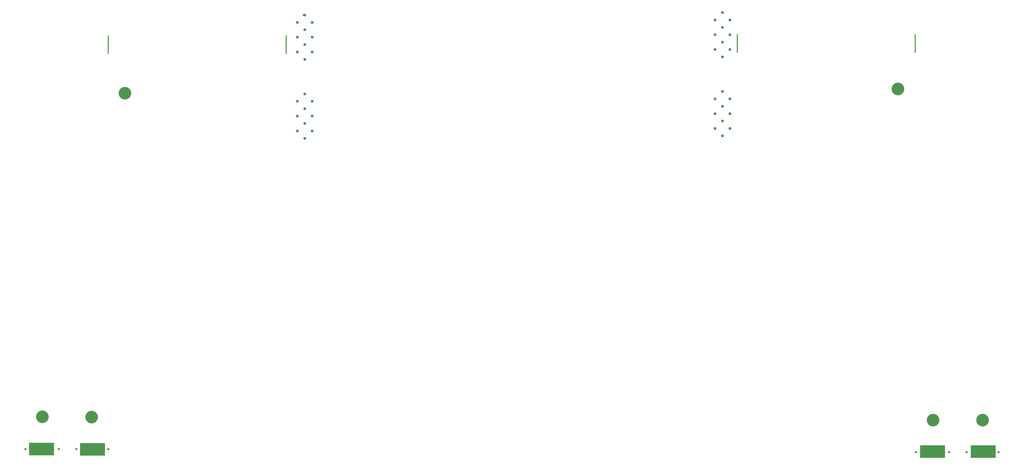
<source format=gbr>
%TF.GenerationSoftware,Altium Limited,Altium Designer,23.9.2 (47)*%
G04 Layer_Color=16711935*
%FSLAX45Y45*%
%MOMM*%
%TF.SameCoordinates,B27666AA-0A3C-4052-95A3-D01BD246DD82*%
%TF.FilePolarity,Negative*%
%TF.FileFunction,Soldermask,Bot*%
%TF.Part,Single*%
G01*
G75*
%TA.AperFunction,ViaPad*%
%ADD18C,1.10320*%
%TA.AperFunction,ComponentPad*%
%ADD19C,10.20320*%
%TA.AperFunction,SMDPad,CuDef*%
%ADD20R,20.20320X10.20320*%
%TA.AperFunction,ViaPad*%
%ADD21C,1.72720*%
%ADD22C,2.20320*%
%ADD23C,1.47320*%
%ADD24C,10.20320*%
D18*
X74797229Y33806537D02*
D03*
X74800000Y33900000D02*
D03*
Y34000000D02*
D03*
Y34100000D02*
D03*
Y34200000D02*
D03*
Y34300000D02*
D03*
Y34400000D02*
D03*
Y34500000D02*
D03*
Y34600000D02*
D03*
Y34700000D02*
D03*
Y34800000D02*
D03*
Y34900000D02*
D03*
Y35000000D02*
D03*
Y35100000D02*
D03*
Y35200000D02*
D03*
X60402856Y35200992D02*
D03*
Y35100992D02*
D03*
Y35000989D02*
D03*
Y34900989D02*
D03*
Y34800989D02*
D03*
Y34700992D02*
D03*
Y34600989D02*
D03*
Y34500989D02*
D03*
Y34400989D02*
D03*
Y34300992D02*
D03*
Y34200992D02*
D03*
Y34100989D02*
D03*
Y34000989D02*
D03*
Y33900989D02*
D03*
X60400079Y33807526D02*
D03*
X23899919Y35092474D02*
D03*
X23897145Y34999011D02*
D03*
Y34899008D02*
D03*
Y34799008D02*
D03*
Y34699008D02*
D03*
Y34599008D02*
D03*
Y34499008D02*
D03*
Y34399008D02*
D03*
Y34299008D02*
D03*
Y34199008D02*
D03*
Y34099011D02*
D03*
Y33999008D02*
D03*
Y33899008D02*
D03*
Y33799008D02*
D03*
Y33699008D02*
D03*
X9500000Y33700000D02*
D03*
Y33800000D02*
D03*
Y33900000D02*
D03*
Y34000000D02*
D03*
Y34100000D02*
D03*
Y34200000D02*
D03*
Y34300000D02*
D03*
Y34400000D02*
D03*
Y34500000D02*
D03*
Y34600000D02*
D03*
Y34700000D02*
D03*
Y34800000D02*
D03*
Y34900000D02*
D03*
Y35000000D02*
D03*
X9502773Y35093463D02*
D03*
D19*
X8153400Y4191000D02*
D03*
X80250000Y3950000D02*
D03*
X76250000D02*
D03*
X4165600Y4216400D02*
D03*
D20*
X80300000Y1400000D02*
D03*
X76200000D02*
D03*
X8224443Y1573189D02*
D03*
X4100000Y1600000D02*
D03*
D21*
X77550000Y1350000D02*
D03*
X74850000D02*
D03*
X81550000D02*
D03*
X78962775Y1347540D02*
D03*
X6912777Y1597540D02*
D03*
X9500000Y1600000D02*
D03*
X2800000D02*
D03*
X5500000D02*
D03*
D22*
X25400000Y35600000D02*
D03*
X26000000Y36200000D02*
D03*
X24800000D02*
D03*
X25400000Y36800000D02*
D03*
X24800000Y35000000D02*
D03*
X26000000D02*
D03*
X25400000Y34400000D02*
D03*
X24800000Y33800000D02*
D03*
X26000000D02*
D03*
X25400000Y33200000D02*
D03*
Y26800000D02*
D03*
X26000000Y27400000D02*
D03*
X24800000D02*
D03*
X25400000Y28000000D02*
D03*
X26000000Y28600000D02*
D03*
X24800000D02*
D03*
X25400000Y30400000D02*
D03*
X24800000Y29800000D02*
D03*
X26000000D02*
D03*
X25400000Y29200000D02*
D03*
X59200000Y29400000D02*
D03*
X59800000Y30000000D02*
D03*
X58600000D02*
D03*
X59200000Y30600000D02*
D03*
X58600000Y28800000D02*
D03*
X59800000D02*
D03*
X59200000Y28200000D02*
D03*
X58600000Y27600000D02*
D03*
X59800000D02*
D03*
X59200000Y27000000D02*
D03*
Y33400000D02*
D03*
X59800000Y34000000D02*
D03*
X58600000D02*
D03*
X59200000Y34600000D02*
D03*
X59800000Y35200000D02*
D03*
X58600000D02*
D03*
X59200000Y37000000D02*
D03*
X58600000Y36400000D02*
D03*
X59800000D02*
D03*
X59200000Y35800000D02*
D03*
D23*
X25300000Y36800000D02*
D03*
D24*
X73400000Y30800000D02*
D03*
X10845800Y30454599D02*
D03*
%TF.MD5,689957dc508427ec1034a25eade9d41c*%
M02*

</source>
